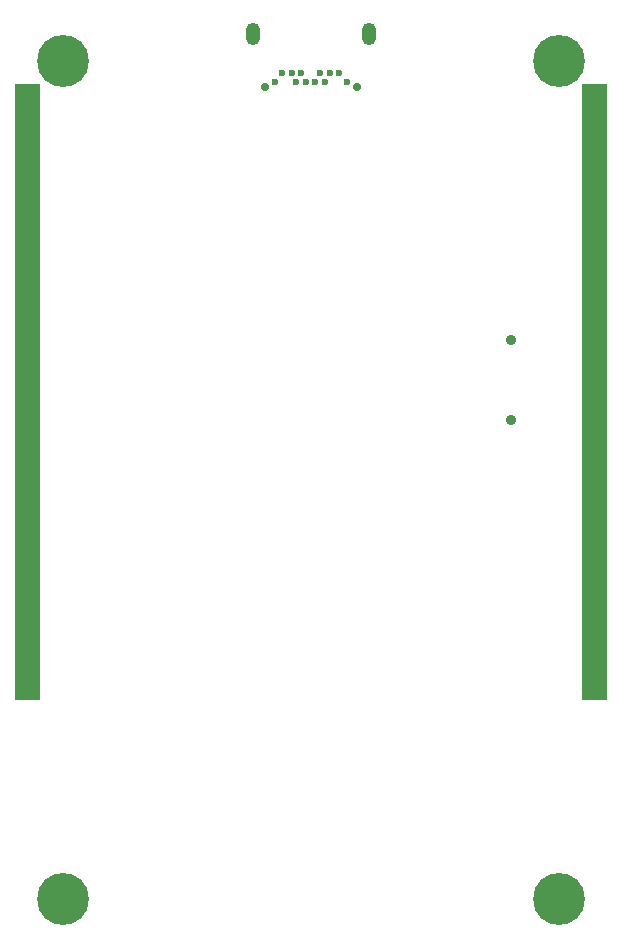
<source format=gbr>
%TF.GenerationSoftware,KiCad,Pcbnew,5.1.10*%
%TF.CreationDate,2021-05-07T20:59:31-06:00*%
%TF.ProjectId,tx500-data,74783530-302d-4646-9174-612e6b696361,2*%
%TF.SameCoordinates,Original*%
%TF.FileFunction,Soldermask,Bot*%
%TF.FilePolarity,Negative*%
%FSLAX46Y46*%
G04 Gerber Fmt 4.6, Leading zero omitted, Abs format (unit mm)*
G04 Created by KiCad (PCBNEW 5.1.10) date 2021-05-07 20:59:31*
%MOMM*%
%LPD*%
G01*
G04 APERTURE LIST*
%ADD10C,0.100000*%
%ADD11C,0.600000*%
%ADD12C,0.700000*%
%ADD13O,1.200000X1.900000*%
%ADD14C,0.900000*%
%ADD15C,4.400000*%
G04 APERTURE END LIST*
D10*
G36*
X131000000Y-116000000D02*
G01*
X129000000Y-116000000D01*
X129000000Y-64000000D01*
X131000000Y-64000000D01*
X131000000Y-116000000D01*
G37*
X131000000Y-116000000D02*
X129000000Y-116000000D01*
X129000000Y-64000000D01*
X131000000Y-64000000D01*
X131000000Y-116000000D01*
G36*
X179000000Y-116000000D02*
G01*
X177000000Y-116000000D01*
X177000000Y-64000000D01*
X179000000Y-64000000D01*
X179000000Y-116000000D01*
G37*
X179000000Y-116000000D02*
X177000000Y-116000000D01*
X177000000Y-64000000D01*
X179000000Y-64000000D01*
X179000000Y-116000000D01*
D11*
%TO.C,J1*%
X153600000Y-63750000D03*
X154400000Y-63750000D03*
X152800000Y-63750000D03*
X155200000Y-63750000D03*
X153200000Y-63050000D03*
X154800000Y-63050000D03*
X152400000Y-63050000D03*
X155600000Y-63050000D03*
X151600000Y-63050000D03*
X156400000Y-63050000D03*
X157050000Y-63750000D03*
X150950000Y-63750000D03*
D12*
X157900000Y-64250000D03*
X150100000Y-64250000D03*
D13*
X158900000Y-59700000D03*
X149100000Y-59700000D03*
%TD*%
D14*
%TO.C,SW1*%
X171000000Y-85600000D03*
X171000000Y-92400000D03*
%TD*%
D15*
%TO.C,H4*%
X175000000Y-133000000D03*
%TD*%
%TO.C,H3*%
X133000000Y-133000000D03*
%TD*%
%TO.C,H2*%
X175000000Y-62000000D03*
%TD*%
%TO.C,H1*%
X133000000Y-62000000D03*
%TD*%
M02*

</source>
